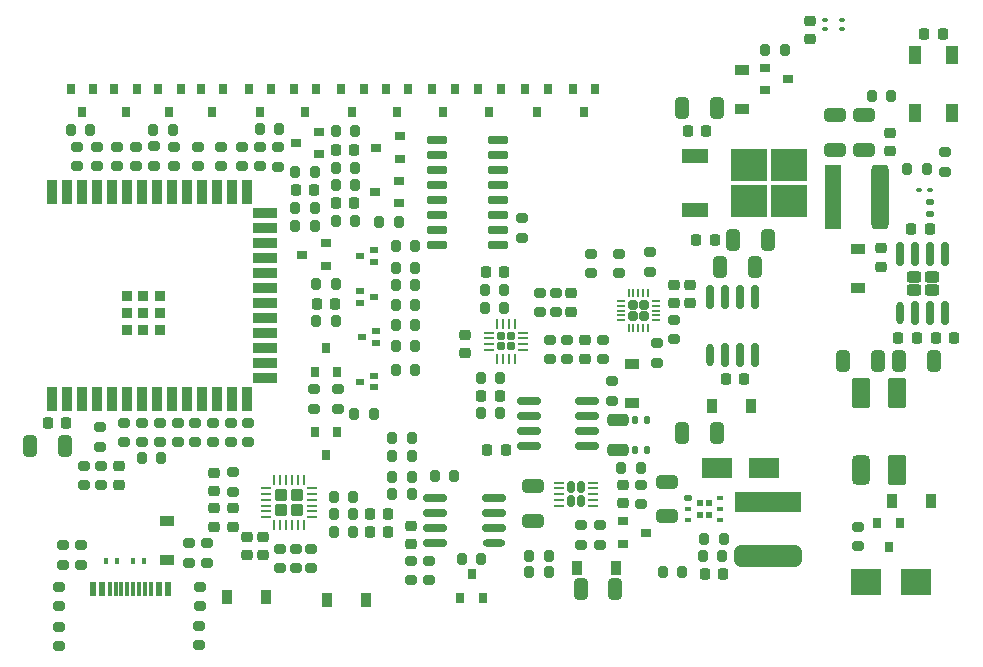
<source format=gtp>
G04 #@! TF.GenerationSoftware,KiCad,Pcbnew,7.0.1*
G04 #@! TF.CreationDate,2023-05-18T20:02:14+01:00*
G04 #@! TF.ProjectId,AnthC,416e7468-432e-46b6-9963-61645f706362,rev?*
G04 #@! TF.SameCoordinates,Original*
G04 #@! TF.FileFunction,Paste,Top*
G04 #@! TF.FilePolarity,Positive*
%FSLAX46Y46*%
G04 Gerber Fmt 4.6, Leading zero omitted, Abs format (unit mm)*
G04 Created by KiCad (PCBNEW 7.0.1) date 2023-05-18 20:02:14*
%MOMM*%
%LPD*%
G01*
G04 APERTURE LIST*
G04 Aperture macros list*
%AMRoundRect*
0 Rectangle with rounded corners*
0 $1 Rounding radius*
0 $2 $3 $4 $5 $6 $7 $8 $9 X,Y pos of 4 corners*
0 Add a 4 corners polygon primitive as box body*
4,1,4,$2,$3,$4,$5,$6,$7,$8,$9,$2,$3,0*
0 Add four circle primitives for the rounded corners*
1,1,$1+$1,$2,$3*
1,1,$1+$1,$4,$5*
1,1,$1+$1,$6,$7*
1,1,$1+$1,$8,$9*
0 Add four rect primitives between the rounded corners*
20,1,$1+$1,$2,$3,$4,$5,0*
20,1,$1+$1,$4,$5,$6,$7,0*
20,1,$1+$1,$6,$7,$8,$9,0*
20,1,$1+$1,$8,$9,$2,$3,0*%
G04 Aperture macros list end*
%ADD10R,1.200000X0.900000*%
%ADD11RoundRect,0.150000X0.825000X0.150000X-0.825000X0.150000X-0.825000X-0.150000X0.825000X-0.150000X0*%
%ADD12RoundRect,0.250000X-0.650000X0.250000X-0.650000X-0.250000X0.650000X-0.250000X0.650000X0.250000X0*%
%ADD13RoundRect,0.225000X0.225000X0.250000X-0.225000X0.250000X-0.225000X-0.250000X0.225000X-0.250000X0*%
%ADD14RoundRect,0.140000X-0.140000X-0.170000X0.140000X-0.170000X0.140000X0.170000X-0.140000X0.170000X0*%
%ADD15RoundRect,0.200000X-0.200000X-0.275000X0.200000X-0.275000X0.200000X0.275000X-0.200000X0.275000X0*%
%ADD16RoundRect,0.200000X-0.275000X0.200000X-0.275000X-0.200000X0.275000X-0.200000X0.275000X0.200000X0*%
%ADD17RoundRect,0.200000X0.200000X0.275000X-0.200000X0.275000X-0.200000X-0.275000X0.200000X-0.275000X0*%
%ADD18RoundRect,0.225000X0.250000X-0.225000X0.250000X0.225000X-0.250000X0.225000X-0.250000X-0.225000X0*%
%ADD19R,0.900000X0.800000*%
%ADD20RoundRect,0.225000X-0.250000X0.225000X-0.250000X-0.225000X0.250000X-0.225000X0.250000X0.225000X0*%
%ADD21RoundRect,0.249999X0.325001X0.650001X-0.325001X0.650001X-0.325001X-0.650001X0.325001X-0.650001X0*%
%ADD22RoundRect,0.300000X0.675000X0.000000X-0.675000X0.000000X-0.675000X0.000000X0.675000X0.000000X0*%
%ADD23R,0.660000X0.500000*%
%ADD24RoundRect,0.200000X0.275000X-0.200000X0.275000X0.200000X-0.275000X0.200000X-0.275000X-0.200000X0*%
%ADD25RoundRect,0.225000X-0.225000X-0.250000X0.225000X-0.250000X0.225000X0.250000X-0.225000X0.250000X0*%
%ADD26R,0.800000X0.900000*%
%ADD27RoundRect,0.218750X-0.218750X-0.256250X0.218750X-0.256250X0.218750X0.256250X-0.218750X0.256250X0*%
%ADD28RoundRect,0.300000X0.000000X-0.675000X0.000000X0.675000X0.000000X0.675000X0.000000X-0.675000X0*%
%ADD29RoundRect,0.150000X0.150000X-0.825000X0.150000X0.825000X-0.150000X0.825000X-0.150000X-0.825000X0*%
%ADD30RoundRect,0.140000X0.170000X-0.140000X0.170000X0.140000X-0.170000X0.140000X-0.170000X-0.140000X0*%
%ADD31R,0.900000X1.200000*%
%ADD32RoundRect,0.240000X0.385000X-0.240000X0.385000X0.240000X-0.385000X0.240000X-0.385000X-0.240000X0*%
%ADD33RoundRect,0.375000X0.375000X0.875000X-0.375000X0.875000X-0.375000X-0.875000X0.375000X-0.875000X0*%
%ADD34RoundRect,0.055500X0.694500X1.194500X-0.694500X1.194500X-0.694500X-1.194500X0.694500X-1.194500X0*%
%ADD35RoundRect,0.362500X0.362500X2.387500X-0.362500X2.387500X-0.362500X-2.387500X0.362500X-2.387500X0*%
%ADD36R,1.450000X5.500000*%
%ADD37RoundRect,0.090000X0.139000X0.090000X-0.139000X0.090000X-0.139000X-0.090000X0.139000X-0.090000X0*%
%ADD38R,0.900000X2.000000*%
%ADD39R,2.000000X0.900000*%
%ADD40R,0.900000X0.900000*%
%ADD41R,2.500000X2.300000*%
%ADD42RoundRect,0.249999X-0.325001X-0.650001X0.325001X-0.650001X0.325001X0.650001X-0.325001X0.650001X0*%
%ADD43RoundRect,0.172500X-0.172500X-0.172500X0.172500X-0.172500X0.172500X0.172500X-0.172500X0.172500X0*%
%ADD44RoundRect,0.062500X-0.350000X-0.062500X0.350000X-0.062500X0.350000X0.062500X-0.350000X0.062500X0*%
%ADD45RoundRect,0.062500X-0.062500X-0.350000X0.062500X-0.350000X0.062500X0.350000X-0.062500X0.350000X0*%
%ADD46R,0.600000X1.150000*%
%ADD47R,0.300000X1.150000*%
%ADD48RoundRect,0.249999X-0.650001X0.325001X-0.650001X-0.325001X0.650001X-0.325001X0.650001X0.325001X0*%
%ADD49RoundRect,0.249999X-0.275001X-0.275001X0.275001X-0.275001X0.275001X0.275001X-0.275001X0.275001X0*%
%ADD50RoundRect,0.075000X0.175000X0.075000X-0.175000X0.075000X-0.175000X-0.075000X0.175000X-0.075000X0*%
%ADD51RoundRect,0.150000X-0.725000X-0.150000X0.725000X-0.150000X0.725000X0.150000X-0.725000X0.150000X0*%
%ADD52RoundRect,0.218750X-0.256250X0.218750X-0.256250X-0.218750X0.256250X-0.218750X0.256250X0.218750X0*%
%ADD53RoundRect,0.062500X-0.362500X-0.062500X0.362500X-0.062500X0.362500X0.062500X-0.362500X0.062500X0*%
%ADD54RoundRect,0.167500X-0.167500X-0.312500X0.167500X-0.312500X0.167500X0.312500X-0.167500X0.312500X0*%
%ADD55RoundRect,0.249999X0.650001X-0.325001X0.650001X0.325001X-0.650001X0.325001X-0.650001X-0.325001X0*%
%ADD56R,2.500000X1.800000*%
%ADD57R,3.050000X2.750000*%
%ADD58R,2.200000X1.200000*%
%ADD59R,1.000000X1.500000*%
%ADD60RoundRect,0.200000X-0.200000X0.200000X-0.200000X-0.200000X0.200000X-0.200000X0.200000X0.200000X0*%
%ADD61RoundRect,0.050000X-0.050000X0.312500X-0.050000X-0.312500X0.050000X-0.312500X0.050000X0.312500X0*%
%ADD62RoundRect,0.050000X-0.312500X0.050000X-0.312500X-0.050000X0.312500X-0.050000X0.312500X0.050000X0*%
%ADD63RoundRect,0.450000X2.400000X-0.450000X2.400000X0.450000X-2.400000X0.450000X-2.400000X-0.450000X0*%
%ADD64R,5.700000X1.800000*%
%ADD65RoundRect,0.112500X-0.202500X-0.112500X0.202500X-0.112500X0.202500X0.112500X-0.202500X0.112500X0*%
%ADD66R,0.630000X0.450000*%
%ADD67R,0.480000X0.630000*%
%ADD68R,0.350000X0.600000*%
G04 APERTURE END LIST*
D10*
X236500000Y-129050000D03*
X236500000Y-125750000D03*
D11*
X227750000Y-132655000D03*
X227750000Y-131385000D03*
X227750000Y-130115000D03*
X227750000Y-128845000D03*
X232700000Y-128845000D03*
X232700000Y-130115000D03*
X232700000Y-131385000D03*
X232700000Y-132655000D03*
D12*
X235250000Y-130500000D03*
X235250000Y-133000000D03*
D13*
X225775000Y-133000000D03*
X224225000Y-133000000D03*
D14*
X237730000Y-130500000D03*
X236770000Y-130500000D03*
X236770000Y-133000000D03*
X237730000Y-133000000D03*
D15*
X224025000Y-120950000D03*
X225675000Y-120950000D03*
X224025000Y-119450000D03*
X225675000Y-119450000D03*
D16*
X230000000Y-119675000D03*
X230000000Y-121325000D03*
D17*
X225325000Y-126900000D03*
X223675000Y-126900000D03*
D18*
X240000000Y-120575000D03*
X240000000Y-119025000D03*
D19*
X210000000Y-107950000D03*
X210000000Y-106050000D03*
X208000000Y-107000000D03*
D20*
X222350000Y-123225000D03*
X222350000Y-124775000D03*
D13*
X188575000Y-130750000D03*
X187025000Y-130750000D03*
D21*
X188475000Y-132700000D03*
X185525000Y-132700000D03*
D22*
X224775000Y-140855000D03*
D11*
X224775000Y-139585000D03*
X224775000Y-138315000D03*
X224775000Y-137045000D03*
X219825000Y-137045000D03*
X219825000Y-138315000D03*
X219825000Y-139585000D03*
X219825000Y-140855000D03*
D17*
X218125000Y-124200000D03*
X216475000Y-124200000D03*
D23*
X214770000Y-123900000D03*
X214770000Y-122900000D03*
X213630000Y-123400000D03*
D24*
X209550000Y-129525000D03*
X209550000Y-127875000D03*
D17*
X197575000Y-105900000D03*
X195925000Y-105900000D03*
D20*
X235750000Y-135975000D03*
X235750000Y-137525000D03*
D25*
X261225000Y-97750000D03*
X262775000Y-97750000D03*
D26*
X209600000Y-126400000D03*
X211500000Y-126400000D03*
X210550000Y-124400000D03*
D25*
X208025000Y-111000000D03*
X209575000Y-111000000D03*
D18*
X202700000Y-139475000D03*
X202700000Y-137925000D03*
D25*
X223725000Y-128400000D03*
X225275000Y-128400000D03*
D18*
X231300000Y-121275000D03*
X231300000Y-119725000D03*
D27*
X214262500Y-139950000D03*
X215837500Y-139950000D03*
X214262500Y-138450000D03*
X215837500Y-138450000D03*
D17*
X218125000Y-115700000D03*
X216475000Y-115700000D03*
X218125000Y-117550000D03*
X216475000Y-117550000D03*
X218125000Y-126200000D03*
X216475000Y-126200000D03*
D24*
X189800000Y-142725000D03*
X189800000Y-141075000D03*
D16*
X233000000Y-116375000D03*
X233000000Y-118025000D03*
X235400000Y-116375000D03*
X235400000Y-118025000D03*
D24*
X227200000Y-115025000D03*
X227200000Y-113375000D03*
D15*
X216475000Y-120700000D03*
X218125000Y-120700000D03*
D17*
X218125000Y-119050000D03*
X216475000Y-119050000D03*
D24*
X206700000Y-143025000D03*
X206700000Y-141375000D03*
D16*
X191400000Y-131075000D03*
X191400000Y-132725000D03*
X196500000Y-130675000D03*
X196500000Y-132325000D03*
X199500000Y-130675000D03*
X199500000Y-132325000D03*
X201000000Y-130675000D03*
X201000000Y-132325000D03*
X202500000Y-130675000D03*
X202500000Y-132325000D03*
D15*
X207975000Y-112500000D03*
X209625000Y-112500000D03*
D24*
X192850000Y-108975000D03*
X192850000Y-107325000D03*
D17*
X216725000Y-113700000D03*
X215075000Y-113700000D03*
D24*
X196000000Y-108925000D03*
X196000000Y-107275000D03*
X199700000Y-108975000D03*
X199700000Y-107325000D03*
X201700000Y-108975000D03*
X201700000Y-107325000D03*
X191200000Y-108975000D03*
X191200000Y-107325000D03*
X189450000Y-108975000D03*
X189450000Y-107325000D03*
X203450000Y-108975000D03*
X203450000Y-107325000D03*
X206500000Y-109025000D03*
X206500000Y-107375000D03*
D28*
X243095000Y-124975000D03*
D29*
X244365000Y-124975000D03*
X245635000Y-124975000D03*
X246905000Y-124975000D03*
X246905000Y-120025000D03*
X245635000Y-120025000D03*
X244365000Y-120025000D03*
X243095000Y-120025000D03*
D25*
X259025000Y-123500000D03*
X260575000Y-123500000D03*
D13*
X261675000Y-114300000D03*
X260125000Y-114300000D03*
D30*
X261700000Y-112980000D03*
X261700000Y-112020000D03*
D13*
X243475000Y-115250000D03*
X241925000Y-115250000D03*
D31*
X205450000Y-145450000D03*
X202150000Y-145450000D03*
X213950000Y-145700000D03*
X210650000Y-145700000D03*
D10*
X255600000Y-115950000D03*
X255600000Y-119250000D03*
D23*
X214620000Y-117050000D03*
X214620000Y-116050000D03*
X213480000Y-116550000D03*
X214620000Y-127700000D03*
X214620000Y-126700000D03*
X213480000Y-127200000D03*
X213480000Y-119550000D03*
X213480000Y-120550000D03*
X214620000Y-120050000D03*
D15*
X211225000Y-139950000D03*
X212875000Y-139950000D03*
X211225000Y-138450000D03*
X212875000Y-138450000D03*
X247775000Y-99100000D03*
X249425000Y-99100000D03*
D32*
X260350000Y-119470000D03*
X261850000Y-119470000D03*
X260350000Y-118330000D03*
X261850000Y-118330000D03*
D28*
X259195000Y-121375000D03*
D29*
X260465000Y-121375000D03*
X261735000Y-121375000D03*
X263005000Y-121375000D03*
X263005000Y-116425000D03*
X261735000Y-116425000D03*
X260465000Y-116425000D03*
X259195000Y-116425000D03*
D21*
X257275000Y-125500000D03*
X254325000Y-125500000D03*
D18*
X257600000Y-117475000D03*
X257600000Y-115925000D03*
D15*
X227775000Y-142000000D03*
X229425000Y-142000000D03*
D21*
X235075000Y-144800000D03*
X232125000Y-144800000D03*
D15*
X242575000Y-140500000D03*
X244225000Y-140500000D03*
D20*
X251550000Y-96675000D03*
X251550000Y-98225000D03*
D24*
X188300000Y-142725000D03*
X188300000Y-141075000D03*
D15*
X207975000Y-109500000D03*
X209625000Y-109500000D03*
D17*
X206625000Y-105850000D03*
X204975000Y-105850000D03*
D15*
X211375000Y-106000000D03*
X213025000Y-106000000D03*
D16*
X208000000Y-141375000D03*
X208000000Y-143025000D03*
D15*
X209725000Y-122100000D03*
X211375000Y-122100000D03*
D19*
X216800000Y-108350000D03*
X216800000Y-106450000D03*
X214800000Y-107400000D03*
D13*
X212975000Y-107600000D03*
X211425000Y-107600000D03*
D33*
X255900000Y-134650000D03*
D34*
X258900000Y-134650000D03*
X258900000Y-128150000D03*
X255900000Y-128150000D03*
D35*
X257500000Y-111600000D03*
D36*
X253500000Y-111600000D03*
D37*
X261682500Y-111000000D03*
X260817500Y-111000000D03*
D18*
X217800000Y-140975000D03*
X217800000Y-139425000D03*
D17*
X196625000Y-133700000D03*
X194975000Y-133700000D03*
D24*
X229500000Y-125325000D03*
X229500000Y-123675000D03*
X231000000Y-125325000D03*
X231000000Y-123675000D03*
D26*
X190850000Y-102400000D03*
X188950000Y-102400000D03*
X189900000Y-104400000D03*
X201850000Y-102400000D03*
X199950000Y-102400000D03*
X200900000Y-104400000D03*
X221450000Y-102400000D03*
X219550000Y-102400000D03*
X220500000Y-104400000D03*
X229350000Y-102400000D03*
X227450000Y-102400000D03*
X228400000Y-104400000D03*
X205950000Y-102400000D03*
X204050000Y-102400000D03*
X205000000Y-104400000D03*
X217550000Y-102400000D03*
X215650000Y-102400000D03*
X216600000Y-104400000D03*
X225350000Y-102400000D03*
X223450000Y-102400000D03*
X224400000Y-104400000D03*
X233350000Y-102400000D03*
X231450000Y-102400000D03*
X232400000Y-104400000D03*
D17*
X218125000Y-122450000D03*
X216475000Y-122450000D03*
D16*
X211550000Y-127875000D03*
X211550000Y-129525000D03*
D26*
X213750000Y-102400000D03*
X211850000Y-102400000D03*
X212800000Y-104400000D03*
D15*
X211375000Y-110600000D03*
X213025000Y-110600000D03*
D17*
X213025000Y-113600000D03*
X211375000Y-113600000D03*
D19*
X216750000Y-112100000D03*
X216750000Y-110200000D03*
X214750000Y-111150000D03*
D13*
X212975000Y-112100000D03*
X211425000Y-112100000D03*
D15*
X207975000Y-114000000D03*
X209625000Y-114000000D03*
D24*
X237250000Y-137575000D03*
X237250000Y-135925000D03*
X190050000Y-135975000D03*
X190050000Y-134325000D03*
D38*
X187390000Y-128650000D03*
X188660000Y-128650000D03*
X189930000Y-128650000D03*
X191200000Y-128650000D03*
X192470000Y-128650000D03*
X193740000Y-128650000D03*
X195010000Y-128650000D03*
X196280000Y-128650000D03*
X197550000Y-128650000D03*
X198820000Y-128650000D03*
X200090000Y-128650000D03*
X201360000Y-128650000D03*
X202630000Y-128650000D03*
X203900000Y-128650000D03*
D39*
X205400000Y-126885000D03*
X205400000Y-125615000D03*
X205400000Y-124345000D03*
X205400000Y-123075000D03*
X205400000Y-121805000D03*
X205400000Y-120535000D03*
X205400000Y-119265000D03*
X205400000Y-117995000D03*
X205400000Y-116725000D03*
X205400000Y-115455000D03*
X205400000Y-114185000D03*
X205400000Y-112915000D03*
D38*
X203900000Y-111150000D03*
X202630000Y-111150000D03*
X201360000Y-111150000D03*
X200090000Y-111150000D03*
X198820000Y-111150000D03*
X197550000Y-111150000D03*
X196280000Y-111150000D03*
X195010000Y-111150000D03*
X193740000Y-111150000D03*
X192470000Y-111150000D03*
X191200000Y-111150000D03*
X189930000Y-111150000D03*
X188660000Y-111150000D03*
X187390000Y-111150000D03*
D40*
X193710000Y-122800000D03*
X195110000Y-122800000D03*
X196510000Y-122800000D03*
X193710000Y-121400000D03*
X195110000Y-121400000D03*
X196510000Y-121400000D03*
X193710000Y-120000000D03*
X195110000Y-120000000D03*
X196510000Y-120000000D03*
D17*
X211375000Y-118950000D03*
X209725000Y-118950000D03*
X258425000Y-103000000D03*
X256775000Y-103000000D03*
D25*
X244425000Y-127000000D03*
X245975000Y-127000000D03*
D17*
X213025000Y-109100000D03*
X211375000Y-109100000D03*
D16*
X195000000Y-130675000D03*
X195000000Y-132325000D03*
D18*
X258300000Y-107675000D03*
X258300000Y-106125000D03*
D24*
X209300000Y-143025000D03*
X209300000Y-141375000D03*
X228700000Y-121325000D03*
X228700000Y-119675000D03*
D15*
X188975000Y-105900000D03*
X190625000Y-105900000D03*
D13*
X211325000Y-120600000D03*
X209775000Y-120600000D03*
D16*
X198000000Y-130675000D03*
X198000000Y-132325000D03*
D17*
X214625000Y-129950000D03*
X212975000Y-129950000D03*
D16*
X193500000Y-130675000D03*
X193500000Y-132325000D03*
D26*
X221950000Y-145500000D03*
X223850000Y-145500000D03*
X222900000Y-143500000D03*
D19*
X210550000Y-117400000D03*
X210550000Y-115500000D03*
X208550000Y-116450000D03*
D26*
X259150000Y-139200000D03*
X257250000Y-139200000D03*
X258200000Y-141200000D03*
D31*
X258450000Y-137300000D03*
X261750000Y-137300000D03*
D41*
X260550000Y-144200000D03*
X256250000Y-144200000D03*
D42*
X259125000Y-125500000D03*
X262075000Y-125500000D03*
D16*
X255600000Y-139475000D03*
X255600000Y-141125000D03*
D43*
X225375000Y-123375000D03*
X225375000Y-124225000D03*
X226225000Y-123375000D03*
X226225000Y-124225000D03*
D44*
X224337500Y-123050000D03*
X224337500Y-123550000D03*
X224337500Y-124050000D03*
X224337500Y-124550000D03*
D45*
X225050000Y-125262500D03*
X225550000Y-125262500D03*
X226050000Y-125262500D03*
X226550000Y-125262500D03*
D44*
X227262500Y-124550000D03*
X227262500Y-124050000D03*
X227262500Y-123550000D03*
X227262500Y-123050000D03*
D45*
X226550000Y-122337500D03*
X226050000Y-122337500D03*
X225550000Y-122337500D03*
X225050000Y-122337500D03*
D19*
X247700000Y-100650000D03*
X247700000Y-102550000D03*
X249700000Y-101600000D03*
D42*
X245025000Y-115250000D03*
X247975000Y-115250000D03*
D13*
X225625000Y-117950000D03*
X224075000Y-117950000D03*
D17*
X225325000Y-129900000D03*
X223675000Y-129900000D03*
D26*
X194550000Y-102400000D03*
X192650000Y-102400000D03*
X193600000Y-104400000D03*
X198250000Y-102400000D03*
X196350000Y-102400000D03*
X197300000Y-104400000D03*
X209750000Y-102400000D03*
X207850000Y-102400000D03*
X208800000Y-104400000D03*
D24*
X199000000Y-142525000D03*
X199000000Y-140875000D03*
D16*
X234000000Y-125325000D03*
X234000000Y-123675000D03*
D20*
X232500000Y-123725000D03*
X232500000Y-125275000D03*
D24*
X263000000Y-109425000D03*
X263000000Y-107775000D03*
D10*
X245800000Y-104150000D03*
X245800000Y-100850000D03*
D21*
X243675000Y-104000000D03*
X240725000Y-104000000D03*
D15*
X259775000Y-109200000D03*
X261425000Y-109200000D03*
D46*
X190800000Y-144745000D03*
X191600000Y-144745000D03*
D47*
X192750000Y-144745000D03*
X193750000Y-144745000D03*
X194250000Y-144745000D03*
X195250000Y-144745000D03*
D46*
X197200000Y-144745000D03*
X196400000Y-144745000D03*
D47*
X195750000Y-144745000D03*
X194750000Y-144745000D03*
X193250000Y-144745000D03*
X192250000Y-144745000D03*
D24*
X188000000Y-149625000D03*
X188000000Y-147975000D03*
X199800000Y-149525000D03*
X199800000Y-147875000D03*
D48*
X228100000Y-136025000D03*
X228100000Y-138975000D03*
D20*
X203900000Y-140325000D03*
X203900000Y-141875000D03*
X193050000Y-134375000D03*
X193050000Y-135925000D03*
D24*
X191550000Y-135975000D03*
X191550000Y-134325000D03*
D16*
X219300000Y-142375000D03*
X219300000Y-144025000D03*
X217800000Y-142375000D03*
X217800000Y-144025000D03*
D15*
X211225000Y-136950000D03*
X212875000Y-136950000D03*
D49*
X206800000Y-136800000D03*
X206800000Y-138100000D03*
X208100000Y-136800000D03*
X208100000Y-138100000D03*
D44*
X205512500Y-136200000D03*
X205512500Y-136700000D03*
X205512500Y-137200000D03*
X205512500Y-137700000D03*
X205512500Y-138200000D03*
X205512500Y-138700000D03*
D45*
X206200000Y-139387500D03*
X206700000Y-139387500D03*
X207200000Y-139387500D03*
X207700000Y-139387500D03*
X208200000Y-139387500D03*
X208700000Y-139387500D03*
D44*
X209387500Y-138700000D03*
X209387500Y-138200000D03*
X209387500Y-137700000D03*
X209387500Y-137200000D03*
X209387500Y-136700000D03*
X209387500Y-136200000D03*
D45*
X208700000Y-135512500D03*
X208200000Y-135512500D03*
X207700000Y-135512500D03*
X207200000Y-135512500D03*
X206700000Y-135512500D03*
X206200000Y-135512500D03*
D50*
X254250000Y-97350000D03*
X254250000Y-96550000D03*
X252850000Y-96550000D03*
X252850000Y-97350000D03*
D51*
X219975000Y-106755000D03*
X219975000Y-108025000D03*
X219975000Y-109295000D03*
X219975000Y-110565000D03*
X219975000Y-111835000D03*
X219975000Y-113105000D03*
X219975000Y-114375000D03*
X219975000Y-115645000D03*
X225125000Y-115645000D03*
X225125000Y-114375000D03*
X225125000Y-113105000D03*
X225125000Y-111835000D03*
X225125000Y-110565000D03*
X225125000Y-109295000D03*
X225125000Y-108025000D03*
X225125000Y-106755000D03*
D18*
X201100000Y-139475000D03*
X201100000Y-137925000D03*
D20*
X205200000Y-140325000D03*
X205200000Y-141875000D03*
D26*
X211500000Y-131450000D03*
X209600000Y-131450000D03*
X210550000Y-133450000D03*
D16*
X204000000Y-130675000D03*
X204000000Y-132325000D03*
D24*
X234750000Y-128825000D03*
X234750000Y-127175000D03*
D21*
X246875000Y-117500000D03*
X243925000Y-117500000D03*
D16*
X232200000Y-139375000D03*
X232200000Y-141025000D03*
X233800000Y-139375000D03*
X233800000Y-141025000D03*
D52*
X201100000Y-134912500D03*
X201100000Y-136487500D03*
D16*
X202700000Y-134875000D03*
X202700000Y-136525000D03*
D53*
X233200000Y-135750000D03*
X233200000Y-136250000D03*
X233200000Y-136750000D03*
X233200000Y-137250000D03*
X233200000Y-137750000D03*
X230300000Y-137750000D03*
X230300000Y-137250000D03*
X230300000Y-136750000D03*
X230300000Y-136250000D03*
X230300000Y-135750000D03*
D54*
X232160000Y-137345000D03*
X232160000Y-136155000D03*
X231340000Y-137345000D03*
X231340000Y-136155000D03*
D31*
X235150000Y-143000000D03*
X231850000Y-143000000D03*
D55*
X239450000Y-138625000D03*
X239450000Y-135675000D03*
D56*
X243650000Y-134500000D03*
X247650000Y-134500000D03*
D17*
X244125000Y-142000000D03*
X242475000Y-142000000D03*
D24*
X238600000Y-125625000D03*
X238600000Y-123975000D03*
D18*
X241400000Y-120575000D03*
X241400000Y-119025000D03*
D24*
X205000000Y-108975000D03*
X205000000Y-107325000D03*
D19*
X235700000Y-139050000D03*
X235700000Y-140950000D03*
X237700000Y-140000000D03*
D24*
X194450000Y-108975000D03*
X194450000Y-107325000D03*
X197700000Y-108975000D03*
X197700000Y-107325000D03*
D57*
X246425000Y-108875000D03*
X246425000Y-111925000D03*
X249775000Y-108875000D03*
X249775000Y-111925000D03*
D58*
X241800000Y-108120000D03*
X241800000Y-112680000D03*
D13*
X242775000Y-106000000D03*
X241225000Y-106000000D03*
D55*
X256100000Y-107575000D03*
X256100000Y-104625000D03*
D25*
X262225000Y-123500000D03*
X263775000Y-123500000D03*
D59*
X260400000Y-104450000D03*
X263600000Y-104450000D03*
X263600000Y-99550000D03*
X260400000Y-99550000D03*
D24*
X240000000Y-123625000D03*
X240000000Y-121975000D03*
D60*
X237460000Y-120740000D03*
X236540000Y-120740000D03*
X237460000Y-121660000D03*
X236540000Y-121660000D03*
D61*
X237800000Y-119712500D03*
X237400000Y-119712500D03*
X237000000Y-119712500D03*
X236600000Y-119712500D03*
X236200000Y-119712500D03*
D62*
X235512500Y-120400000D03*
X235512500Y-120800000D03*
X235512500Y-121200000D03*
X235512500Y-121600000D03*
X235512500Y-122000000D03*
D61*
X236200000Y-122687500D03*
X236600000Y-122687500D03*
X237000000Y-122687500D03*
X237400000Y-122687500D03*
X237800000Y-122687500D03*
D62*
X238487500Y-122000000D03*
X238487500Y-121600000D03*
X238487500Y-121200000D03*
X238487500Y-120800000D03*
X238487500Y-120400000D03*
D21*
X243675000Y-131600000D03*
X240725000Y-131600000D03*
D25*
X242625000Y-143500000D03*
X244175000Y-143500000D03*
D55*
X253700000Y-107575000D03*
X253700000Y-104625000D03*
D31*
X243250000Y-129250000D03*
X246550000Y-129250000D03*
D17*
X217825000Y-132000000D03*
X216175000Y-132000000D03*
X217825000Y-136750000D03*
X216175000Y-136750000D03*
X217825000Y-135250000D03*
X216175000Y-135250000D03*
X240725000Y-143300000D03*
X239075000Y-143300000D03*
X237225000Y-134500000D03*
X235575000Y-134500000D03*
D63*
X248000000Y-142000000D03*
D64*
X248000000Y-137400000D03*
D65*
X241260000Y-137050000D03*
D66*
X241260000Y-138000000D03*
X241260000Y-138950000D03*
X243940000Y-138950000D03*
X243940000Y-138000000D03*
X243940000Y-137050000D03*
D67*
X242200000Y-137475000D03*
X242200000Y-138525000D03*
X243000000Y-137475000D03*
X243000000Y-138525000D03*
D15*
X216175000Y-133500000D03*
X217825000Y-133500000D03*
X219775000Y-135200000D03*
X221425000Y-135200000D03*
D16*
X188000000Y-144575000D03*
X188000000Y-146225000D03*
X199900000Y-144575000D03*
X199900000Y-146225000D03*
D68*
X194225000Y-142400000D03*
X195175000Y-142400000D03*
D24*
X200500000Y-142525000D03*
X200500000Y-140875000D03*
D10*
X197100000Y-139050000D03*
X197100000Y-142350000D03*
D16*
X238000000Y-116275000D03*
X238000000Y-117925000D03*
D17*
X229425000Y-143300000D03*
X227775000Y-143300000D03*
X223725000Y-142200000D03*
X222075000Y-142200000D03*
D68*
X192875000Y-142400000D03*
X191925000Y-142400000D03*
M02*

</source>
